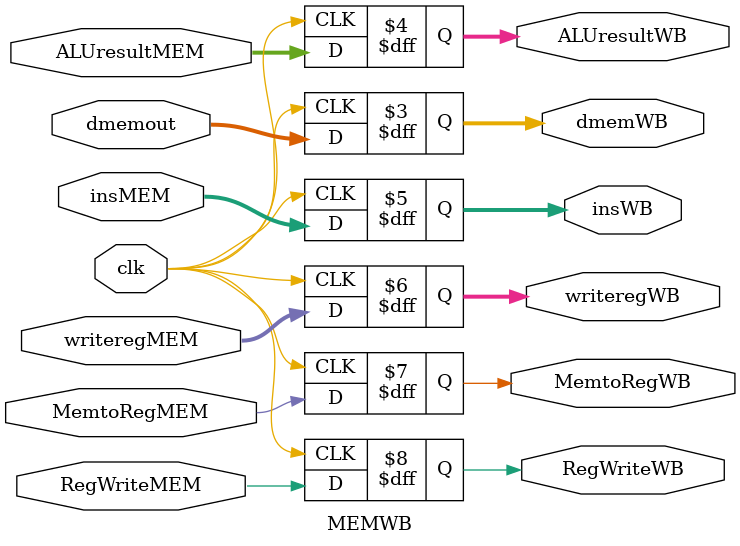
<source format=v>
`timescale 1ns / 1ps
module MEMWB(dmemWB,ALUresultWB,insWB,writeregWB,MemtoRegWB,RegWriteWB,dmemout,ALUresultMEM,insMEM,writeregMEM,MemtoRegMEM,RegWriteMEM,clk);
input clk;
input[31:0] dmemout;
input[31:0] ALUresultMEM;
input[31:0] insMEM;
input[4:0] writeregMEM;
input MemtoRegMEM;
input RegWriteMEM;
output reg[31:0] dmemWB;
output reg[31:0] ALUresultWB;
output reg[31:0] insWB;
output reg[4:0] writeregWB;
output reg MemtoRegWB;
output reg RegWriteWB;
initial begin
dmemWB=32'b0;
ALUresultWB=32'b0;
insWB=32'b0;
writeregWB=5'b0;
MemtoRegWB=1'b0;
RegWriteWB=1'b0;
end
always @(posedge clk) begin
MemtoRegWB<=MemtoRegMEM;
dmemWB<=dmemout;
ALUresultWB<=ALUresultMEM;
insWB<=insMEM;
writeregWB<=writeregMEM;
RegWriteWB<=RegWriteMEM;
end
endmodule
</source>
